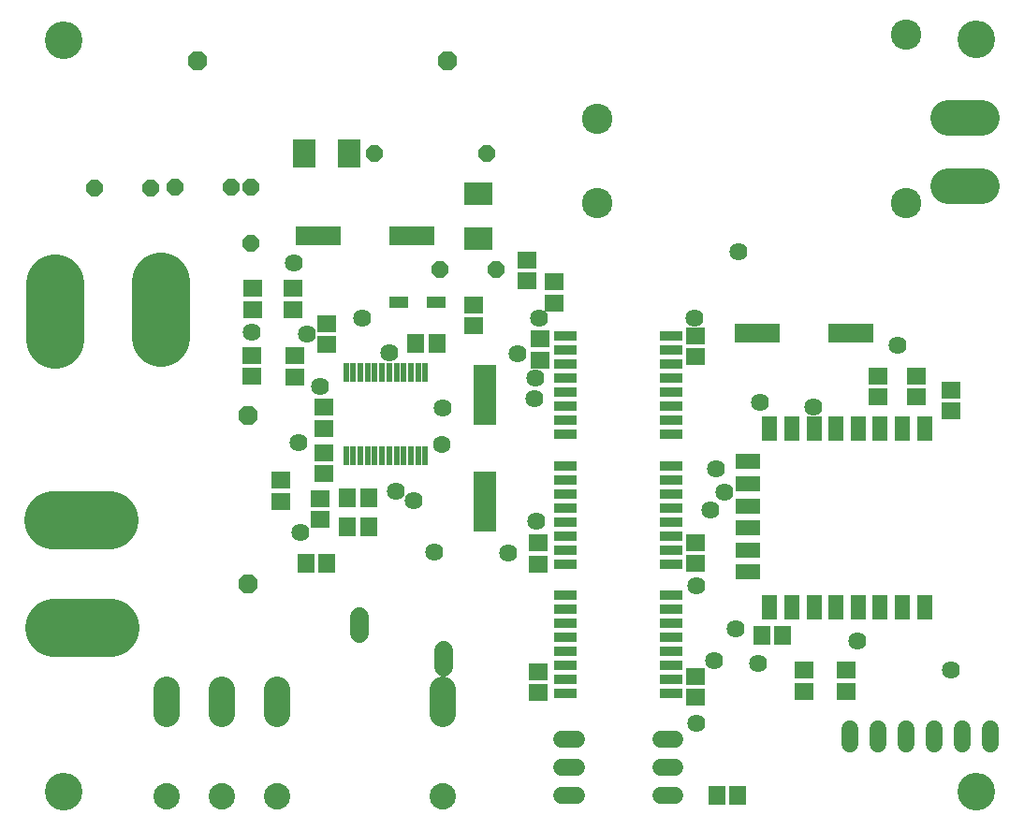
<source format=gts>
G75*
%MOIN*%
%OFA0B0*%
%FSLAX25Y25*%
%IPPOS*%
%LPD*%
%AMOC8*
5,1,8,0,0,1.08239X$1,22.5*
%
%ADD10C,0.13398*%
%ADD11R,0.06706X0.05918*%
%ADD12R,0.05918X0.06706*%
%ADD13OC8,0.06800*%
%ADD14R,0.16154X0.07099*%
%ADD15R,0.10249X0.07887*%
%ADD16R,0.07887X0.10249*%
%ADD17R,0.07099X0.03950*%
%ADD18C,0.20800*%
%ADD19R,0.05524X0.08674*%
%ADD20R,0.08674X0.05524*%
%ADD21C,0.06000*%
%ADD22R,0.08400X0.21800*%
%ADD23OC8,0.06000*%
%ADD24C,0.06800*%
%ADD25R,0.02178X0.06706*%
%ADD26R,0.08280X0.03300*%
%ADD27C,0.10800*%
%ADD28C,0.09400*%
%ADD29C,0.09400*%
%ADD30C,0.12650*%
%ADD31C,0.06400*%
%ADD32C,0.06312*%
D10*
X0071650Y0067988D03*
X0071650Y0335705D03*
X0396434Y0335803D03*
X0396453Y0067988D03*
D11*
X0350095Y0103677D03*
X0350095Y0111157D03*
X0335095Y0111157D03*
X0335095Y0103677D03*
X0296375Y0101531D03*
X0296375Y0109012D03*
X0296375Y0149091D03*
X0296375Y0156571D03*
X0240666Y0156472D03*
X0240666Y0148992D03*
X0240568Y0110685D03*
X0240568Y0103205D03*
X0162772Y0164780D03*
X0162772Y0172260D03*
X0164072Y0181157D03*
X0164072Y0188638D03*
X0164052Y0197280D03*
X0164052Y0204760D03*
X0153855Y0215665D03*
X0153855Y0223146D03*
X0165115Y0227240D03*
X0165115Y0234720D03*
X0153068Y0239602D03*
X0153068Y0247083D03*
X0138796Y0247083D03*
X0138796Y0239602D03*
X0138619Y0223264D03*
X0138619Y0215783D03*
X0148737Y0178795D03*
X0148737Y0171315D03*
X0217516Y0233815D03*
X0217516Y0241295D03*
X0236690Y0249878D03*
X0236690Y0257358D03*
X0246138Y0249445D03*
X0246138Y0241965D03*
X0241355Y0229110D03*
X0241355Y0221630D03*
X0296375Y0222752D03*
X0296375Y0230232D03*
X0361375Y0215921D03*
X0361375Y0208441D03*
X0375095Y0208441D03*
X0375095Y0215921D03*
X0387536Y0210980D03*
X0387536Y0203500D03*
D12*
X0327615Y0123579D03*
X0320135Y0123579D03*
X0311631Y0066551D03*
X0304150Y0066551D03*
X0180036Y0162260D03*
X0172556Y0162260D03*
X0172654Y0172673D03*
X0180135Y0172673D03*
X0165312Y0149130D03*
X0157831Y0149130D03*
X0196886Y0227594D03*
X0204367Y0227594D03*
D13*
X0137083Y0201768D03*
X0137083Y0141768D03*
X0119296Y0328382D03*
X0208296Y0328382D03*
D14*
X0195587Y0266020D03*
X0162123Y0266020D03*
X0318481Y0231197D03*
X0351946Y0231197D03*
D15*
X0219091Y0264898D03*
X0219091Y0280843D03*
D16*
X0173205Y0295232D03*
X0157260Y0295232D03*
D17*
X0190823Y0242319D03*
X0204209Y0242319D03*
D18*
X0106217Y0249524D02*
X0106217Y0229524D01*
X0068402Y0228972D02*
X0068402Y0248972D01*
X0067949Y0164661D02*
X0087949Y0164661D01*
X0088068Y0126079D02*
X0068068Y0126079D01*
D19*
X0322969Y0133520D03*
X0330843Y0133520D03*
X0338717Y0133520D03*
X0346591Y0133520D03*
X0354465Y0133520D03*
X0362339Y0133520D03*
X0370213Y0133520D03*
X0378087Y0133520D03*
X0378087Y0197299D03*
X0370213Y0197299D03*
X0362339Y0197299D03*
X0354465Y0197299D03*
X0346591Y0197299D03*
X0338717Y0197299D03*
X0330843Y0197299D03*
X0322969Y0197299D03*
D20*
X0315095Y0185488D03*
X0315095Y0177614D03*
X0315095Y0169740D03*
X0315095Y0161866D03*
X0315095Y0153992D03*
X0315095Y0146118D03*
D21*
X0351375Y0090254D02*
X0351375Y0085054D01*
X0361375Y0085054D02*
X0361375Y0090254D01*
X0371375Y0090254D02*
X0371375Y0085054D01*
X0381375Y0085054D02*
X0381375Y0090254D01*
X0391375Y0090254D02*
X0391375Y0085054D01*
X0401375Y0085054D02*
X0401375Y0090254D01*
X0289252Y0086551D02*
X0284052Y0086551D01*
X0284052Y0076551D02*
X0289252Y0076551D01*
X0289252Y0066551D02*
X0284052Y0066551D01*
X0254052Y0066551D02*
X0248852Y0066551D01*
X0248852Y0076551D02*
X0254052Y0076551D01*
X0254052Y0086551D02*
X0248852Y0086551D01*
D22*
X0221690Y0171094D03*
X0221690Y0209094D03*
D23*
X0225666Y0254012D03*
X0205666Y0254012D03*
X0222083Y0295350D03*
X0182083Y0295350D03*
X0138304Y0283106D03*
X0131099Y0283224D03*
X0111099Y0283224D03*
X0102438Y0282988D03*
X0082438Y0282988D03*
X0138304Y0263106D03*
D24*
X0176808Y0130354D02*
X0176808Y0124354D01*
X0206808Y0118354D02*
X0206808Y0112354D01*
D25*
X0200272Y0187732D03*
X0197713Y0187732D03*
X0195154Y0187732D03*
X0192595Y0187732D03*
X0190036Y0187732D03*
X0187477Y0187732D03*
X0184918Y0187732D03*
X0182359Y0187732D03*
X0179800Y0187732D03*
X0177241Y0187732D03*
X0174682Y0187732D03*
X0172123Y0187732D03*
X0172123Y0217161D03*
X0174682Y0217161D03*
X0177241Y0217161D03*
X0179800Y0217161D03*
X0182359Y0217161D03*
X0184918Y0217161D03*
X0187477Y0217161D03*
X0190036Y0217161D03*
X0192595Y0217161D03*
X0195154Y0217161D03*
X0197713Y0217161D03*
X0200272Y0217161D03*
D26*
X0250272Y0215213D03*
X0250272Y0220213D03*
X0250272Y0225213D03*
X0250272Y0230213D03*
X0250272Y0210213D03*
X0250272Y0205213D03*
X0250272Y0200213D03*
X0250272Y0195213D03*
X0250272Y0183992D03*
X0250272Y0178992D03*
X0250272Y0173992D03*
X0250272Y0168992D03*
X0250272Y0163992D03*
X0250272Y0158992D03*
X0250272Y0153992D03*
X0250272Y0148992D03*
X0250272Y0137772D03*
X0250272Y0132772D03*
X0250272Y0127772D03*
X0250272Y0122772D03*
X0250272Y0117772D03*
X0250272Y0112772D03*
X0250272Y0107772D03*
X0250272Y0102772D03*
X0287772Y0102772D03*
X0287772Y0107772D03*
X0287772Y0112772D03*
X0287772Y0117772D03*
X0287772Y0122772D03*
X0287772Y0127772D03*
X0287772Y0132772D03*
X0287772Y0137772D03*
X0287772Y0148992D03*
X0287772Y0153992D03*
X0287772Y0158992D03*
X0287772Y0163992D03*
X0287772Y0168992D03*
X0287772Y0173992D03*
X0287772Y0178992D03*
X0287772Y0183992D03*
X0287772Y0195213D03*
X0287772Y0200213D03*
X0287772Y0205213D03*
X0287772Y0210213D03*
X0287772Y0215213D03*
X0287772Y0220213D03*
X0287772Y0225213D03*
X0287772Y0230213D03*
D27*
X0261670Y0277555D03*
X0261670Y0307555D03*
X0371670Y0277555D03*
X0371670Y0337555D03*
D28*
X0206690Y0104226D02*
X0206690Y0095626D01*
X0147635Y0095626D02*
X0147635Y0104226D01*
X0127949Y0104226D02*
X0127949Y0095626D01*
X0108264Y0095626D02*
X0108264Y0104226D01*
D29*
X0108264Y0066098D03*
X0127949Y0066098D03*
X0147635Y0066098D03*
X0206690Y0066098D03*
D30*
X0386591Y0283441D02*
X0398441Y0283441D01*
X0398441Y0307752D02*
X0386591Y0307752D01*
D31*
X0311808Y0260114D03*
X0296060Y0236492D03*
X0319682Y0206669D03*
X0338579Y0204996D03*
X0368501Y0227043D03*
X0303934Y0182949D03*
X0306886Y0174681D03*
X0301768Y0168283D03*
X0296847Y0141217D03*
X0310725Y0126059D03*
X0303146Y0114445D03*
X0318894Y0113657D03*
X0296847Y0092398D03*
X0354327Y0121531D03*
X0387398Y0111295D03*
X0240942Y0236492D03*
X0233068Y0223894D03*
X0239367Y0215232D03*
X0239058Y0207830D03*
X0206431Y0204567D03*
X0187532Y0224140D03*
X0177949Y0236492D03*
X0158264Y0230980D03*
X0138619Y0231639D03*
X0153540Y0256177D03*
X0162989Y0212083D03*
X0155115Y0192398D03*
X0189760Y0175075D03*
X0196195Y0171492D03*
X0203622Y0153154D03*
X0229918Y0153028D03*
X0239846Y0164292D03*
X0155902Y0160114D03*
D32*
X0206207Y0191630D03*
M02*

</source>
